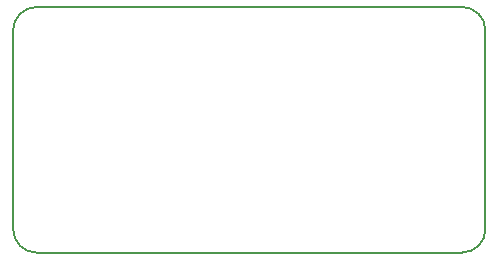
<source format=gm1>
G04 #@! TF.GenerationSoftware,KiCad,Pcbnew,5.0.1*
G04 #@! TF.CreationDate,2019-10-08T03:13:47+02:00*
G04 #@! TF.ProjectId,USB-C-Screen-Adapter,5553422D432D53637265656E2D416461,rev?*
G04 #@! TF.SameCoordinates,Original*
G04 #@! TF.FileFunction,Profile,NP*
%FSLAX46Y46*%
G04 Gerber Fmt 4.6, Leading zero omitted, Abs format (unit mm)*
G04 Created by KiCad (PCBNEW 5.0.1) date Tue 08 Oct 2019 03:13:47 AM CEST*
%MOMM*%
%LPD*%
G01*
G04 APERTURE LIST*
%ADD10C,0.150000*%
%ADD11C,0.200000*%
G04 APERTURE END LIST*
D10*
X102000000Y-120800001D02*
G75*
G02X99999999Y-118800000I0J2000001D01*
G01*
X140000001Y-118800000D02*
G75*
G02X138000000Y-120800001I-2000001J0D01*
G01*
X138000000Y-99999999D02*
G75*
G02X140000001Y-102000000I0J-2000001D01*
G01*
X100000000Y-102000000D02*
G75*
G02X102000000Y-100000000I2000000J0D01*
G01*
D11*
X138000000Y-100000000D02*
X102000000Y-100000000D01*
X140000000Y-118800000D02*
X140000000Y-102000000D01*
X102000000Y-120800000D02*
X138000000Y-120800000D01*
X100000000Y-102000000D02*
X100000000Y-118800000D01*
M02*

</source>
